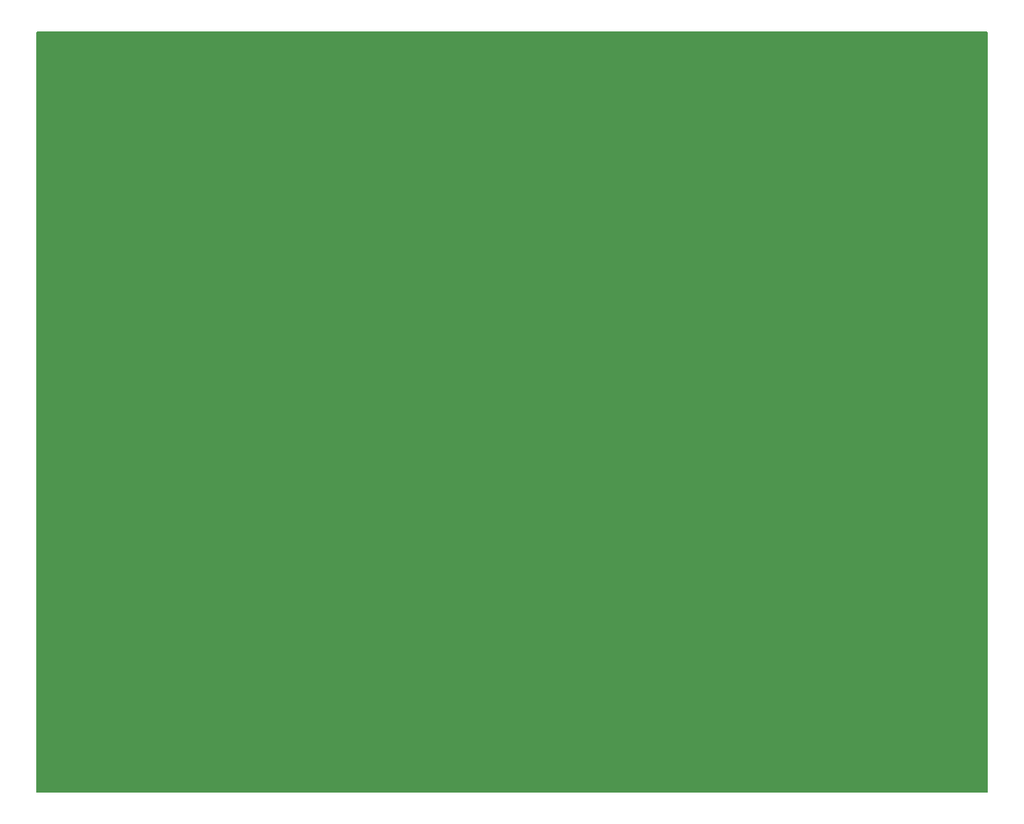
<source format=gbs>
G04 #@! TF.GenerationSoftware,KiCad,Pcbnew,8.0.1*
G04 #@! TF.CreationDate,2024-04-29T11:20:42+02:00*
G04 #@! TF.ProjectId,MUNIN 100,4d554e49-4e20-4313-9030-2e6b69636164,0*
G04 #@! TF.SameCoordinates,Original*
G04 #@! TF.FileFunction,Soldermask,Bot*
G04 #@! TF.FilePolarity,Negative*
%FSLAX46Y46*%
G04 Gerber Fmt 4.6, Leading zero omitted, Abs format (unit mm)*
G04 Created by KiCad (PCBNEW 8.0.1) date 2024-04-29 11:20:42*
%MOMM*%
%LPD*%
G01*
G04 APERTURE LIST*
G04 Aperture macros list*
%AMRoundRect*
0 Rectangle with rounded corners*
0 $1 Rounding radius*
0 $2 $3 $4 $5 $6 $7 $8 $9 X,Y pos of 4 corners*
0 Add a 4 corners polygon primitive as box body*
4,1,4,$2,$3,$4,$5,$6,$7,$8,$9,$2,$3,0*
0 Add four circle primitives for the rounded corners*
1,1,$1+$1,$2,$3*
1,1,$1+$1,$4,$5*
1,1,$1+$1,$6,$7*
1,1,$1+$1,$8,$9*
0 Add four rect primitives between the rounded corners*
20,1,$1+$1,$2,$3,$4,$5,0*
20,1,$1+$1,$4,$5,$6,$7,0*
20,1,$1+$1,$6,$7,$8,$9,0*
20,1,$1+$1,$8,$9,$2,$3,0*%
%AMRotRect*
0 Rectangle, with rotation*
0 The origin of the aperture is its center*
0 $1 length*
0 $2 width*
0 $3 Rotation angle, in degrees counterclockwise*
0 Add horizontal line*
21,1,$1,$2,0,0,$3*%
G04 Aperture macros list end*
%ADD10C,6.000000*%
%ADD11R,1.905000X4.000000*%
%ADD12RotRect,1.905000X4.000000X181.300000*%
%ADD13C,0.800000*%
%ADD14C,6.400000*%
%ADD15C,1.998980*%
%ADD16C,2.499360*%
%ADD17C,2.300000*%
%ADD18RoundRect,0.250000X0.620000X0.845000X-0.620000X0.845000X-0.620000X-0.845000X0.620000X-0.845000X0*%
%ADD19O,1.740000X2.190000*%
G04 APERTURE END LIST*
D10*
X82500000Y-124792500D03*
D11*
X85040000Y-108132500D03*
D12*
X82500000Y-108132500D03*
D11*
X79960000Y-108132500D03*
D13*
X135902944Y-148000000D03*
X136605888Y-146302944D03*
X136605888Y-149697056D03*
X138302944Y-145600000D03*
D14*
X138302944Y-148000000D03*
D13*
X138302944Y-150400000D03*
X140000000Y-146302944D03*
X140000000Y-149697056D03*
X140702944Y-148000000D03*
D15*
X140000000Y-110000000D03*
D16*
X142540000Y-112540000D03*
X142540000Y-107460000D03*
X137460000Y-112540000D03*
X137460000Y-107460000D03*
D17*
X123000000Y-150080000D03*
X125540000Y-150080000D03*
X128080000Y-150080000D03*
X123000000Y-145000000D03*
X125540000Y-145000000D03*
X128080000Y-145000000D03*
D18*
X86025000Y-144250000D03*
D19*
X83485000Y-144250000D03*
X80945000Y-144250000D03*
D13*
X48600000Y-148000000D03*
X49302944Y-146302944D03*
X49302944Y-149697056D03*
X51000000Y-145600000D03*
D14*
X51000000Y-148000000D03*
D13*
X51000000Y-150400000D03*
X52697056Y-146302944D03*
X52697056Y-149697056D03*
X53400000Y-148000000D03*
D10*
X82600000Y-82707500D03*
D11*
X80060000Y-99367500D03*
X82600000Y-99367500D03*
X85140000Y-99367500D03*
D17*
X99800000Y-145020000D03*
X97260000Y-145020000D03*
X94720000Y-145020000D03*
X99800000Y-150100000D03*
X97260000Y-150100000D03*
X94720000Y-150100000D03*
D13*
X48600000Y-81000000D03*
X49302944Y-79302944D03*
X49302944Y-82697056D03*
X51000000Y-78600000D03*
D14*
X51000000Y-81000000D03*
D13*
X51000000Y-83400000D03*
X52697056Y-79302944D03*
X52697056Y-82697056D03*
X53400000Y-81000000D03*
X135902944Y-81000000D03*
X136605888Y-79302944D03*
X136605888Y-82697056D03*
X138302944Y-78600000D03*
D14*
X138302944Y-81000000D03*
D13*
X138302944Y-83400000D03*
X140000000Y-79302944D03*
X140000000Y-82697056D03*
X140702944Y-81000000D03*
D15*
X49500000Y-101000000D03*
D16*
X46960000Y-98460000D03*
X46960000Y-103540000D03*
X52040000Y-98460000D03*
X52040000Y-103540000D03*
G36*
X144943039Y-75019685D02*
G01*
X144988794Y-75072489D01*
X145000000Y-75124000D01*
X145000000Y-154876000D01*
X144980315Y-154943039D01*
X144927511Y-154988794D01*
X144876000Y-155000000D01*
X45124000Y-155000000D01*
X45056961Y-154980315D01*
X45011206Y-154927511D01*
X45000000Y-154876000D01*
X45000000Y-75124000D01*
X45019685Y-75056961D01*
X45072489Y-75011206D01*
X45124000Y-75000000D01*
X144876000Y-75000000D01*
X144943039Y-75019685D01*
G37*
M02*

</source>
